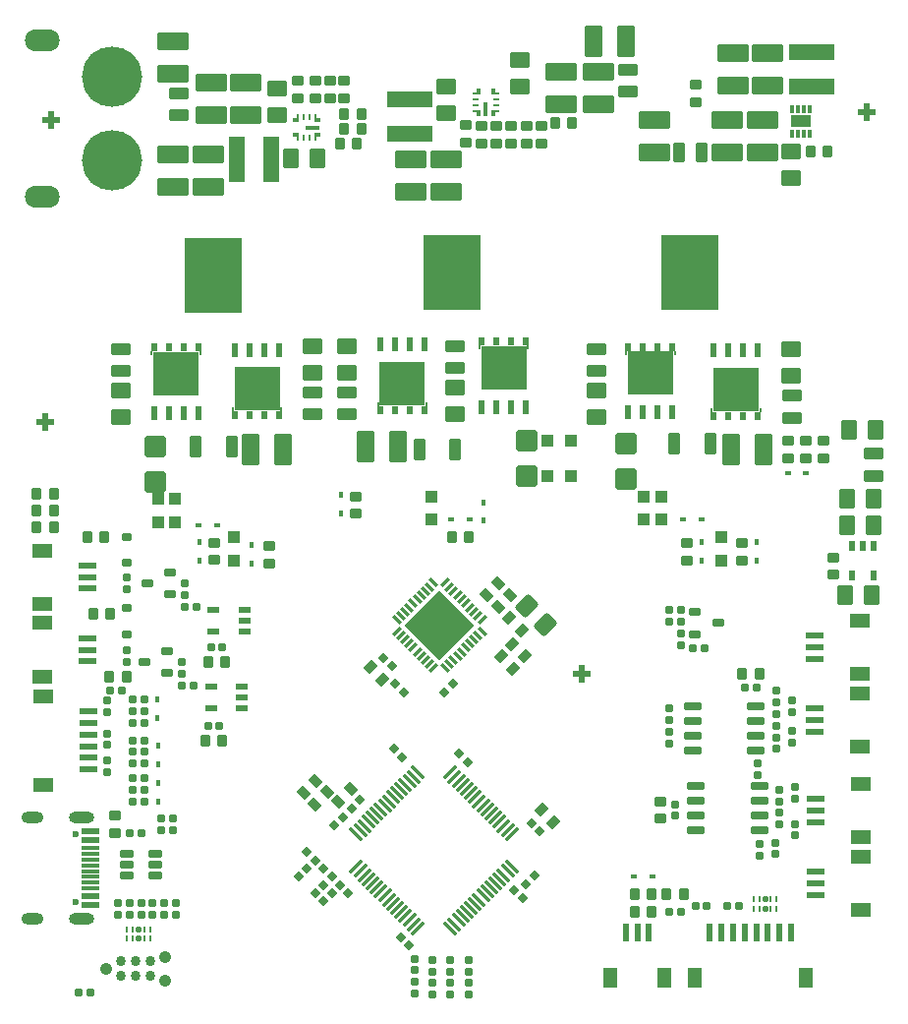
<source format=gbr>
%TF.GenerationSoftware,Altium Limited,Altium Designer,23.1.1 (15)*%
G04 Layer_Color=255*
%FSLAX45Y45*%
%MOMM*%
%TF.SameCoordinates,3B15BE60-5205-462F-B1BE-89E8C5D5736D*%
%TF.FilePolarity,Positive*%
%TF.FileFunction,Pads,Top*%
%TF.Part,Single*%
G01*
G75*
%TA.AperFunction,TestPad*%
%ADD10R,1.50000X0.60000*%
%ADD11R,1.80000X1.20000*%
%TA.AperFunction,SMDPad,CuDef*%
G04:AMPARAMS|DCode=12|XSize=1.6mm|YSize=2.7mm|CornerRadius=0.2mm|HoleSize=0mm|Usage=FLASHONLY|Rotation=270.000|XOffset=0mm|YOffset=0mm|HoleType=Round|Shape=RoundedRectangle|*
%AMROUNDEDRECTD12*
21,1,1.60000,2.30000,0,0,270.0*
21,1,1.20000,2.70000,0,0,270.0*
1,1,0.40000,-1.15000,-0.60000*
1,1,0.40000,-1.15000,0.60000*
1,1,0.40000,1.15000,0.60000*
1,1,0.40000,1.15000,-0.60000*
%
%ADD12ROUNDEDRECTD12*%
G04:AMPARAMS|DCode=13|XSize=1mm|YSize=1.7mm|CornerRadius=0.125mm|HoleSize=0mm|Usage=FLASHONLY|Rotation=270.000|XOffset=0mm|YOffset=0mm|HoleType=Round|Shape=RoundedRectangle|*
%AMROUNDEDRECTD13*
21,1,1.00000,1.45000,0,0,270.0*
21,1,0.75000,1.70000,0,0,270.0*
1,1,0.25000,-0.72500,-0.37500*
1,1,0.25000,-0.72500,0.37500*
1,1,0.25000,0.72500,0.37500*
1,1,0.25000,0.72500,-0.37500*
%
%ADD13ROUNDEDRECTD13*%
G04:AMPARAMS|DCode=14|XSize=1.4mm|YSize=1.7mm|CornerRadius=0.175mm|HoleSize=0mm|Usage=FLASHONLY|Rotation=180.000|XOffset=0mm|YOffset=0mm|HoleType=Round|Shape=RoundedRectangle|*
%AMROUNDEDRECTD14*
21,1,1.40000,1.35000,0,0,180.0*
21,1,1.05000,1.70000,0,0,180.0*
1,1,0.35000,-0.52500,0.67500*
1,1,0.35000,0.52500,0.67500*
1,1,0.35000,0.52500,-0.67500*
1,1,0.35000,-0.52500,-0.67500*
%
%ADD14ROUNDEDRECTD14*%
G04:AMPARAMS|DCode=15|XSize=0.8mm|YSize=1mm|CornerRadius=0.1mm|HoleSize=0mm|Usage=FLASHONLY|Rotation=90.000|XOffset=0mm|YOffset=0mm|HoleType=Round|Shape=RoundedRectangle|*
%AMROUNDEDRECTD15*
21,1,0.80000,0.80000,0,0,90.0*
21,1,0.60000,1.00000,0,0,90.0*
1,1,0.20000,0.40000,0.30000*
1,1,0.20000,0.40000,-0.30000*
1,1,0.20000,-0.40000,-0.30000*
1,1,0.20000,-0.40000,0.30000*
%
%ADD15ROUNDEDRECTD15*%
G04:AMPARAMS|DCode=16|XSize=0.8mm|YSize=1mm|CornerRadius=0.1mm|HoleSize=0mm|Usage=FLASHONLY|Rotation=0.000|XOffset=0mm|YOffset=0mm|HoleType=Round|Shape=RoundedRectangle|*
%AMROUNDEDRECTD16*
21,1,0.80000,0.80000,0,0,0.0*
21,1,0.60000,1.00000,0,0,0.0*
1,1,0.20000,0.30000,-0.40000*
1,1,0.20000,-0.30000,-0.40000*
1,1,0.20000,-0.30000,0.40000*
1,1,0.20000,0.30000,0.40000*
%
%ADD16ROUNDEDRECTD16*%
%ADD17R,0.75000X0.22500*%
%ADD18R,0.60000X0.25000*%
%ADD19R,0.40000X0.35000*%
%ADD20R,0.35000X1.30000*%
G04:AMPARAMS|DCode=21|XSize=1.4mm|YSize=1.7mm|CornerRadius=0.175mm|HoleSize=0mm|Usage=FLASHONLY|Rotation=270.000|XOffset=0mm|YOffset=0mm|HoleType=Round|Shape=RoundedRectangle|*
%AMROUNDEDRECTD21*
21,1,1.40000,1.35000,0,0,270.0*
21,1,1.05000,1.70000,0,0,270.0*
1,1,0.35000,-0.67500,-0.52500*
1,1,0.35000,-0.67500,0.52500*
1,1,0.35000,0.67500,0.52500*
1,1,0.35000,0.67500,-0.52500*
%
%ADD21ROUNDEDRECTD21*%
%ADD22R,3.89000X1.45000*%
%ADD23R,1.45000X3.89000*%
G04:AMPARAMS|DCode=24|XSize=1.8mm|YSize=1.84mm|CornerRadius=0.225mm|HoleSize=0mm|Usage=FLASHONLY|Rotation=90.000|XOffset=0mm|YOffset=0mm|HoleType=Round|Shape=RoundedRectangle|*
%AMROUNDEDRECTD24*
21,1,1.80000,1.39000,0,0,90.0*
21,1,1.35000,1.84000,0,0,90.0*
1,1,0.45000,0.69500,0.67500*
1,1,0.45000,0.69500,-0.67500*
1,1,0.45000,-0.69500,-0.67500*
1,1,0.45000,-0.69500,0.67500*
%
%ADD24ROUNDEDRECTD24*%
%TA.AperFunction,ConnectorPad*%
G04:AMPARAMS|DCode=25|XSize=0.6mm|YSize=0.7mm|CornerRadius=0.075mm|HoleSize=0mm|Usage=FLASHONLY|Rotation=270.000|XOffset=0mm|YOffset=0mm|HoleType=Round|Shape=RoundedRectangle|*
%AMROUNDEDRECTD25*
21,1,0.60000,0.55000,0,0,270.0*
21,1,0.45000,0.70000,0,0,270.0*
1,1,0.15000,-0.27500,-0.22500*
1,1,0.15000,-0.27500,0.22500*
1,1,0.15000,0.27500,0.22500*
1,1,0.15000,0.27500,-0.22500*
%
%ADD25ROUNDEDRECTD25*%
%TA.AperFunction,SMDPad,CuDef*%
G04:AMPARAMS|DCode=26|XSize=0.6mm|YSize=0.7mm|CornerRadius=0.075mm|HoleSize=0mm|Usage=FLASHONLY|Rotation=0.000|XOffset=0mm|YOffset=0mm|HoleType=Round|Shape=RoundedRectangle|*
%AMROUNDEDRECTD26*
21,1,0.60000,0.55000,0,0,0.0*
21,1,0.45000,0.70000,0,0,0.0*
1,1,0.15000,0.22500,-0.27500*
1,1,0.15000,-0.22500,-0.27500*
1,1,0.15000,-0.22500,0.27500*
1,1,0.15000,0.22500,0.27500*
%
%ADD26ROUNDEDRECTD26*%
G04:AMPARAMS|DCode=27|XSize=0.6mm|YSize=0.7mm|CornerRadius=0.075mm|HoleSize=0mm|Usage=FLASHONLY|Rotation=90.000|XOffset=0mm|YOffset=0mm|HoleType=Round|Shape=RoundedRectangle|*
%AMROUNDEDRECTD27*
21,1,0.60000,0.55000,0,0,90.0*
21,1,0.45000,0.70000,0,0,90.0*
1,1,0.15000,0.27500,0.22500*
1,1,0.15000,0.27500,-0.22500*
1,1,0.15000,-0.27500,-0.22500*
1,1,0.15000,-0.27500,0.22500*
%
%ADD27ROUNDEDRECTD27*%
%ADD28R,1.50000X0.60000*%
%ADD29R,1.80000X1.20000*%
G04:AMPARAMS|DCode=30|XSize=0.6mm|YSize=1.45mm|CornerRadius=0.075mm|HoleSize=0mm|Usage=FLASHONLY|Rotation=90.000|XOffset=0mm|YOffset=0mm|HoleType=Round|Shape=RoundedRectangle|*
%AMROUNDEDRECTD30*
21,1,0.60000,1.30000,0,0,90.0*
21,1,0.45000,1.45000,0,0,90.0*
1,1,0.15000,0.65000,0.22500*
1,1,0.15000,0.65000,-0.22500*
1,1,0.15000,-0.65000,-0.22500*
1,1,0.15000,-0.65000,0.22500*
%
%ADD30ROUNDEDRECTD30*%
G04:AMPARAMS|DCode=31|XSize=1.475mm|YSize=0.3mm|CornerRadius=0mm|HoleSize=0mm|Usage=FLASHONLY|Rotation=315.000|XOffset=0mm|YOffset=0mm|HoleType=Round|Shape=Rectangle|*
%AMROTATEDRECTD31*
4,1,4,-0.62756,0.41543,-0.41543,0.62756,0.62756,-0.41543,0.41543,-0.62756,-0.62756,0.41543,0.0*
%
%ADD31ROTATEDRECTD31*%

G04:AMPARAMS|DCode=32|XSize=1.475mm|YSize=0.3mm|CornerRadius=0mm|HoleSize=0mm|Usage=FLASHONLY|Rotation=225.000|XOffset=0mm|YOffset=0mm|HoleType=Round|Shape=Rectangle|*
%AMROTATEDRECTD32*
4,1,4,0.41543,0.62756,0.62756,0.41543,-0.41543,-0.62756,-0.62756,-0.41543,0.41543,0.62756,0.0*
%
%ADD32ROTATEDRECTD32*%

%TA.AperFunction,TestPad*%
G04:AMPARAMS|DCode=33|XSize=0.45mm|YSize=0.5mm|CornerRadius=0.05625mm|HoleSize=0mm|Usage=FLASHONLY|Rotation=0.000|XOffset=0mm|YOffset=0mm|HoleType=Round|Shape=RoundedRectangle|*
%AMROUNDEDRECTD33*
21,1,0.45000,0.38750,0,0,0.0*
21,1,0.33750,0.50000,0,0,0.0*
1,1,0.11250,0.16875,-0.19375*
1,1,0.11250,-0.16875,-0.19375*
1,1,0.11250,-0.16875,0.19375*
1,1,0.11250,0.16875,0.19375*
%
%ADD33ROUNDEDRECTD33*%
%TA.AperFunction,SMDPad,CuDef*%
%ADD34R,1.50000X0.60000*%
%TA.AperFunction,BGAPad,CuDef*%
%ADD35C,0.86300*%
%TA.AperFunction,SMDPad,CuDef*%
G04:AMPARAMS|DCode=36|XSize=0.6mm|YSize=1.2mm|CornerRadius=0.075mm|HoleSize=0mm|Usage=FLASHONLY|Rotation=270.000|XOffset=0mm|YOffset=0mm|HoleType=Round|Shape=RoundedRectangle|*
%AMROUNDEDRECTD36*
21,1,0.60000,1.05000,0,0,270.0*
21,1,0.45000,1.20000,0,0,270.0*
1,1,0.15000,-0.52500,-0.22500*
1,1,0.15000,-0.52500,0.22500*
1,1,0.15000,0.52500,0.22500*
1,1,0.15000,0.52500,-0.22500*
%
%ADD36ROUNDEDRECTD36*%
G04:AMPARAMS|DCode=37|XSize=0.6mm|YSize=0.7mm|CornerRadius=0.075mm|HoleSize=0mm|Usage=FLASHONLY|Rotation=315.000|XOffset=0mm|YOffset=0mm|HoleType=Round|Shape=RoundedRectangle|*
%AMROUNDEDRECTD37*
21,1,0.60000,0.55000,0,0,315.0*
21,1,0.45000,0.70000,0,0,315.0*
1,1,0.15000,-0.03536,-0.35355*
1,1,0.15000,-0.35355,-0.03536*
1,1,0.15000,0.03536,0.35355*
1,1,0.15000,0.35355,0.03536*
%
%ADD37ROUNDEDRECTD37*%
G04:AMPARAMS|DCode=38|XSize=0.6mm|YSize=0.7mm|CornerRadius=0.075mm|HoleSize=0mm|Usage=FLASHONLY|Rotation=225.000|XOffset=0mm|YOffset=0mm|HoleType=Round|Shape=RoundedRectangle|*
%AMROUNDEDRECTD38*
21,1,0.60000,0.55000,0,0,225.0*
21,1,0.45000,0.70000,0,0,225.0*
1,1,0.15000,-0.35355,0.03536*
1,1,0.15000,-0.03536,0.35355*
1,1,0.15000,0.35355,-0.03536*
1,1,0.15000,0.03536,-0.35355*
%
%ADD38ROUNDEDRECTD38*%
G04:AMPARAMS|DCode=39|XSize=0.8mm|YSize=1mm|CornerRadius=0.1mm|HoleSize=0mm|Usage=FLASHONLY|Rotation=225.000|XOffset=0mm|YOffset=0mm|HoleType=Round|Shape=RoundedRectangle|*
%AMROUNDEDRECTD39*
21,1,0.80000,0.80000,0,0,225.0*
21,1,0.60000,1.00000,0,0,225.0*
1,1,0.20000,-0.49498,0.07071*
1,1,0.20000,-0.07071,0.49498*
1,1,0.20000,0.49498,-0.07071*
1,1,0.20000,0.07071,-0.49498*
%
%ADD39ROUNDEDRECTD39*%
%TA.AperFunction,TestPad*%
G04:AMPARAMS|DCode=40|XSize=0.6mm|YSize=1mm|CornerRadius=0.075mm|HoleSize=0mm|Usage=FLASHONLY|Rotation=90.000|XOffset=0mm|YOffset=0mm|HoleType=Round|Shape=RoundedRectangle|*
%AMROUNDEDRECTD40*
21,1,0.60000,0.85000,0,0,90.0*
21,1,0.45000,1.00000,0,0,90.0*
1,1,0.15000,0.42500,0.22500*
1,1,0.15000,0.42500,-0.22500*
1,1,0.15000,-0.42500,-0.22500*
1,1,0.15000,-0.42500,0.22500*
%
%ADD40ROUNDEDRECTD40*%
%TA.AperFunction,SMDPad,CuDef*%
G04:AMPARAMS|DCode=41|XSize=0.55mm|YSize=1.05mm|CornerRadius=0.06875mm|HoleSize=0mm|Usage=FLASHONLY|Rotation=270.000|XOffset=0mm|YOffset=0mm|HoleType=Round|Shape=RoundedRectangle|*
%AMROUNDEDRECTD41*
21,1,0.55000,0.91250,0,0,270.0*
21,1,0.41250,1.05000,0,0,270.0*
1,1,0.13750,-0.45625,-0.20625*
1,1,0.13750,-0.45625,0.20625*
1,1,0.13750,0.45625,0.20625*
1,1,0.13750,0.45625,-0.20625*
%
%ADD41ROUNDEDRECTD41*%
%TA.AperFunction,SMDPad,SMDef*%
%ADD42R,1.00000X1.00000*%
%TA.AperFunction,SMDPad,CuDef*%
%ADD43R,0.55000X0.42000*%
G04:AMPARAMS|DCode=44|XSize=0.8mm|YSize=1mm|CornerRadius=0.1mm|HoleSize=0mm|Usage=FLASHONLY|Rotation=135.000|XOffset=0mm|YOffset=0mm|HoleType=Round|Shape=RoundedRectangle|*
%AMROUNDEDRECTD44*
21,1,0.80000,0.80000,0,0,135.0*
21,1,0.60000,1.00000,0,0,135.0*
1,1,0.20000,0.07071,0.49498*
1,1,0.20000,0.49498,0.07071*
1,1,0.20000,-0.07071,-0.49498*
1,1,0.20000,-0.49498,-0.07071*
%
%ADD44ROUNDEDRECTD44*%
G04:AMPARAMS|DCode=45|XSize=0.85mm|YSize=0.25mm|CornerRadius=0mm|HoleSize=0mm|Usage=FLASHONLY|Rotation=225.000|XOffset=0mm|YOffset=0mm|HoleType=Round|Shape=Rectangle|*
%AMROTATEDRECTD45*
4,1,4,0.21213,0.38891,0.38891,0.21213,-0.21213,-0.38891,-0.38891,-0.21213,0.21213,0.38891,0.0*
%
%ADD45ROTATEDRECTD45*%

%ADD46P,6.01041X4X360.0*%
G04:AMPARAMS|DCode=47|XSize=1.6mm|YSize=2.7mm|CornerRadius=0.2mm|HoleSize=0mm|Usage=FLASHONLY|Rotation=180.000|XOffset=0mm|YOffset=0mm|HoleType=Round|Shape=RoundedRectangle|*
%AMROUNDEDRECTD47*
21,1,1.60000,2.30000,0,0,180.0*
21,1,1.20000,2.70000,0,0,180.0*
1,1,0.40000,-0.60000,1.15000*
1,1,0.40000,0.60000,1.15000*
1,1,0.40000,0.60000,-1.15000*
1,1,0.40000,-0.60000,-1.15000*
%
%ADD47ROUNDEDRECTD47*%
%ADD48R,1.30000X0.35000*%
%ADD49R,0.60000X1.50000*%
%TA.AperFunction,TestPad*%
%ADD50R,1.20000X1.80000*%
%ADD51R,0.60000X1.50000*%
%TA.AperFunction,SMDPad,CuDef*%
G04:AMPARAMS|DCode=52|XSize=0.85mm|YSize=0.25mm|CornerRadius=0mm|HoleSize=0mm|Usage=FLASHONLY|Rotation=315.000|XOffset=0mm|YOffset=0mm|HoleType=Round|Shape=Rectangle|*
%AMROTATEDRECTD52*
4,1,4,-0.38891,0.21213,-0.21213,0.38891,0.38891,-0.21213,0.21213,-0.38891,-0.38891,0.21213,0.0*
%
%ADD52ROTATEDRECTD52*%

G04:AMPARAMS|DCode=53|XSize=1.4mm|YSize=1.7mm|CornerRadius=0.175mm|HoleSize=0mm|Usage=FLASHONLY|Rotation=135.000|XOffset=0mm|YOffset=0mm|HoleType=Round|Shape=RoundedRectangle|*
%AMROUNDEDRECTD53*
21,1,1.40000,1.35000,0,0,135.0*
21,1,1.05000,1.70000,0,0,135.0*
1,1,0.35000,0.10607,0.84853*
1,1,0.35000,0.84853,0.10607*
1,1,0.35000,-0.10607,-0.84853*
1,1,0.35000,-0.84853,-0.10607*
%
%ADD53ROUNDEDRECTD53*%
%ADD54R,0.42000X0.55000*%
%TA.AperFunction,SMDPad,SMDef*%
%ADD55R,1.00000X1.00000*%
%TA.AperFunction,ConnectorPad*%
G04:AMPARAMS|DCode=56|XSize=1.6mm|YSize=2.7mm|CornerRadius=0.2mm|HoleSize=0mm|Usage=FLASHONLY|Rotation=0.000|XOffset=0mm|YOffset=0mm|HoleType=Round|Shape=RoundedRectangle|*
%AMROUNDEDRECTD56*
21,1,1.60000,2.30000,0,0,0.0*
21,1,1.20000,2.70000,0,0,0.0*
1,1,0.40000,0.60000,-1.15000*
1,1,0.40000,-0.60000,-1.15000*
1,1,0.40000,-0.60000,1.15000*
1,1,0.40000,0.60000,1.15000*
%
%ADD56ROUNDEDRECTD56*%
%TA.AperFunction,SMDPad,CuDef*%
G04:AMPARAMS|DCode=57|XSize=0.55mm|YSize=0.8mm|CornerRadius=0.0495mm|HoleSize=0mm|Usage=FLASHONLY|Rotation=0.000|XOffset=0mm|YOffset=0mm|HoleType=Round|Shape=RoundedRectangle|*
%AMROUNDEDRECTD57*
21,1,0.55000,0.70100,0,0,0.0*
21,1,0.45100,0.80000,0,0,0.0*
1,1,0.09900,0.22550,-0.35050*
1,1,0.09900,-0.22550,-0.35050*
1,1,0.09900,-0.22550,0.35050*
1,1,0.09900,0.22550,0.35050*
%
%ADD57ROUNDEDRECTD57*%
%ADD58R,0.30000X0.70000*%
%ADD59R,1.70000X1.00000*%
G04:AMPARAMS|DCode=60|XSize=0.63mm|YSize=0.83mm|CornerRadius=0.07875mm|HoleSize=0mm|Usage=FLASHONLY|Rotation=90.000|XOffset=0mm|YOffset=0mm|HoleType=Round|Shape=RoundedRectangle|*
%AMROUNDEDRECTD60*
21,1,0.63000,0.67250,0,0,90.0*
21,1,0.47250,0.83000,0,0,90.0*
1,1,0.15750,0.33625,0.23625*
1,1,0.15750,0.33625,-0.23625*
1,1,0.15750,-0.33625,-0.23625*
1,1,0.15750,-0.33625,0.23625*
%
%ADD60ROUNDEDRECTD60*%
%ADD61R,5.00000X6.50000*%
%ADD62R,0.25500X0.31000*%
%ADD63R,3.91000X3.81000*%
%ADD64R,0.61000X0.71000*%
%ADD65R,0.61000X1.27000*%
G04:AMPARAMS|DCode=66|XSize=1mm|YSize=1.8mm|CornerRadius=0.125mm|HoleSize=0mm|Usage=FLASHONLY|Rotation=0.000|XOffset=0mm|YOffset=0mm|HoleType=Round|Shape=RoundedRectangle|*
%AMROUNDEDRECTD66*
21,1,1.00000,1.55000,0,0,0.0*
21,1,0.75000,1.80000,0,0,0.0*
1,1,0.25000,0.37500,-0.77500*
1,1,0.25000,-0.37500,-0.77500*
1,1,0.25000,-0.37500,0.77500*
1,1,0.25000,0.37500,0.77500*
%
%ADD66ROUNDEDRECTD66*%
G04:AMPARAMS|DCode=67|XSize=1mm|YSize=1.7mm|CornerRadius=0.125mm|HoleSize=0mm|Usage=FLASHONLY|Rotation=0.000|XOffset=0mm|YOffset=0mm|HoleType=Round|Shape=RoundedRectangle|*
%AMROUNDEDRECTD67*
21,1,1.00000,1.45000,0,0,0.0*
21,1,0.75000,1.70000,0,0,0.0*
1,1,0.25000,0.37500,-0.72500*
1,1,0.25000,-0.37500,-0.72500*
1,1,0.25000,-0.37500,0.72500*
1,1,0.25000,0.37500,0.72500*
%
%ADD67ROUNDEDRECTD67*%
%ADD68R,0.35000X0.40000*%
%ADD69R,0.22500X0.75000*%
%ADD70R,0.25000X0.60000*%
%ADD71R,1.20000X1.80000*%
%TA.AperFunction,TestPad*%
G04:AMPARAMS|DCode=72|XSize=0.25mm|YSize=0.5mm|CornerRadius=0.03125mm|HoleSize=0mm|Usage=FLASHONLY|Rotation=180.000|XOffset=0mm|YOffset=0mm|HoleType=Round|Shape=RoundedRectangle|*
%AMROUNDEDRECTD72*
21,1,0.25000,0.43750,0,0,180.0*
21,1,0.18750,0.50000,0,0,180.0*
1,1,0.06250,-0.09375,0.21875*
1,1,0.06250,0.09375,0.21875*
1,1,0.06250,0.09375,-0.21875*
1,1,0.06250,-0.09375,-0.21875*
%
%ADD72ROUNDEDRECTD72*%
%TA.AperFunction,SMDPad,CuDef*%
%AMCUSTOMSHAPE73*
4,1,12,0.75000,-0.25000,0.25000,-0.25000,0.25000,-0.75001,-0.25000,-0.75000,-0.25000,-0.25000,-0.75000,-0.25000,-0.75000,0.25000,-0.25000,0.25000,-0.25000,0.75000,0.25000,0.75000,0.25000,0.25000,0.75000,0.25000,0.75000,-0.25000,0.0*%
%ADD73CUSTOMSHAPE73*%

%ADD74R,1.50000X0.30000*%
%TA.AperFunction,ComponentPad*%
%ADD85C,5.20000*%
%ADD86C,1.52400*%
%ADD87C,1.06700*%
%ADD88O,3.00000X1.90000*%
%ADD89C,0.60000*%
%ADD90O,2.20000X1.00000*%
%ADD91O,1.90000X1.00000*%
D10*
X6945000Y5400000D02*
D03*
Y5300001D02*
D03*
Y5200000D02*
D03*
Y5100000D02*
D03*
Y5000000D02*
D03*
Y4900000D02*
D03*
D11*
X6555000Y5530000D02*
D03*
X6555000Y4770000D02*
D03*
D12*
X7675000Y10885000D02*
D03*
Y11165001D02*
D03*
X10030000Y10150000D02*
D03*
X10030000Y9870000D02*
D03*
X9720000Y10150000D02*
D03*
X9720000Y9870000D02*
D03*
X7999999Y10815000D02*
D03*
X8300000D02*
D03*
X7675000Y9910000D02*
D03*
X7975000D02*
D03*
X11014999Y10905000D02*
D03*
X11340000Y10905000D02*
D03*
X11820000Y10490000D02*
D03*
X12450000D02*
D03*
X12750000D02*
D03*
X12500000Y10785000D02*
D03*
X12800000D02*
D03*
X12750000Y10209999D02*
D03*
X11014999Y10625000D02*
D03*
X11339999Y10625000D02*
D03*
X12450000Y10210000D02*
D03*
X12800000Y11065000D02*
D03*
X12500000D02*
D03*
X11820000Y10209999D02*
D03*
X8300000Y10535000D02*
D03*
X7675000Y10190000D02*
D03*
X7975000D02*
D03*
X7999999Y10535000D02*
D03*
D13*
X13710001Y7425000D02*
D03*
Y7615000D02*
D03*
X13010001Y7925000D02*
D03*
Y8115000D02*
D03*
X11325000Y8520000D02*
D03*
Y8330000D02*
D03*
X8875000Y7955000D02*
D03*
Y8145000D02*
D03*
X9175000Y7955000D02*
D03*
Y8145000D02*
D03*
X10100000Y8545000D02*
D03*
Y8355000D02*
D03*
X7225000Y8520000D02*
D03*
Y8330000D02*
D03*
X11590000Y10925000D02*
D03*
X11590000Y10735000D02*
D03*
X7725000Y10720000D02*
D03*
Y10530000D02*
D03*
D14*
X13714301Y7230000D02*
D03*
X13485699D02*
D03*
X13724300Y7820000D02*
D03*
X13495700D02*
D03*
X8919300Y10162500D02*
D03*
X8690700D02*
D03*
X13485699Y7000000D02*
D03*
X13465700Y6400000D02*
D03*
X13714301Y7000000D02*
D03*
X13694299Y6400000D02*
D03*
D15*
X10850000Y10435000D02*
D03*
X10850000Y10285000D02*
D03*
X10200000Y10445000D02*
D03*
Y10295000D02*
D03*
X8900000Y10675000D02*
D03*
Y10825000D02*
D03*
X8750000D02*
D03*
Y10675000D02*
D03*
X9150000D02*
D03*
Y10825000D02*
D03*
X9025000Y10675000D02*
D03*
Y10825000D02*
D03*
X7175000Y4500000D02*
D03*
X10330000Y10290000D02*
D03*
X10590000Y10285000D02*
D03*
X11875000Y4625000D02*
D03*
X13360001Y6725000D02*
D03*
X12975002Y7725000D02*
D03*
X13125002D02*
D03*
X13360001Y6575000D02*
D03*
X12975002Y7575000D02*
D03*
X8500000Y6675000D02*
D03*
Y6825000D02*
D03*
X8031800Y6702401D02*
D03*
Y6852401D02*
D03*
X13275002Y7575000D02*
D03*
Y7725000D02*
D03*
X13125002Y7575000D02*
D03*
X9250000Y7100000D02*
D03*
Y7250000D02*
D03*
X12575001Y6850000D02*
D03*
Y6700000D02*
D03*
X12100000Y6700000D02*
D03*
Y6850000D02*
D03*
X10460000Y10290000D02*
D03*
Y10440000D02*
D03*
X10590000Y10435000D02*
D03*
X10330000Y10440000D02*
D03*
X12180000Y10790000D02*
D03*
Y10640000D02*
D03*
X10720000Y10285000D02*
D03*
Y10435000D02*
D03*
X7175000Y4350000D02*
D03*
X11875000Y4475000D02*
D03*
D16*
X10965000Y10460000D02*
D03*
X11115000D02*
D03*
X9110000Y10285000D02*
D03*
X9260000D02*
D03*
X9150000Y10410000D02*
D03*
X9300000D02*
D03*
X9150000Y10540000D02*
D03*
X9300000D02*
D03*
X6650000Y7275000D02*
D03*
X6500000D02*
D03*
X6650000Y7125000D02*
D03*
X6500000D02*
D03*
X6647800Y6985000D02*
D03*
X6497800D02*
D03*
X7135000Y6240000D02*
D03*
X6985000D02*
D03*
X7085000Y6900000D02*
D03*
X6935000D02*
D03*
X8100000Y5150000D02*
D03*
X7275000Y5700000D02*
D03*
X8125000Y5825000D02*
D03*
X11800000Y3675000D02*
D03*
X11800000Y3825000D02*
D03*
X11925000D02*
D03*
X12575000Y5725000D02*
D03*
X10075000Y6900000D02*
D03*
X10225000D02*
D03*
X13314999Y10220000D02*
D03*
X13164999D02*
D03*
X7125000Y5700000D02*
D03*
X12075000Y3824999D02*
D03*
X11650000Y3825000D02*
D03*
Y3675000D02*
D03*
X12725000Y5725000D02*
D03*
X7975000Y5825000D02*
D03*
X7950000Y5150000D02*
D03*
D17*
X10452500Y10566200D02*
D03*
X10452500Y10713800D02*
D03*
X10287500Y10713800D02*
D03*
Y10566200D02*
D03*
D18*
X10460000Y10615000D02*
D03*
Y10665000D02*
D03*
X10280000D02*
D03*
Y10615000D02*
D03*
D19*
X10435000Y10537400D02*
D03*
Y10742600D02*
D03*
X10305000D02*
D03*
Y10537400D02*
D03*
D20*
X10370000Y10585000D02*
D03*
D21*
X10030000Y10545700D02*
D03*
Y10774300D02*
D03*
X8575000Y10764300D02*
D03*
X10660000Y11004300D02*
D03*
X13000000Y9985700D02*
D03*
X13000000Y8285700D02*
D03*
Y8514300D02*
D03*
X11325000Y7935700D02*
D03*
Y8164300D02*
D03*
X10100000Y7960700D02*
D03*
Y8189300D02*
D03*
X8875000Y8539300D02*
D03*
Y8310700D02*
D03*
X9175000Y8539300D02*
D03*
Y8310700D02*
D03*
X7225000Y7935700D02*
D03*
Y8164300D02*
D03*
X10660000Y10775700D02*
D03*
X13000000Y10214300D02*
D03*
X8575000Y10535700D02*
D03*
D22*
X9710000Y10372500D02*
D03*
Y10667500D02*
D03*
X13175000Y10775000D02*
D03*
Y11070000D02*
D03*
D23*
X8227500Y10152500D02*
D03*
X8522500D02*
D03*
D24*
X7525000Y7675000D02*
D03*
Y7375000D02*
D03*
X10725000Y7425000D02*
D03*
X11575000Y7400000D02*
D03*
Y7700001D02*
D03*
X10725000Y7725000D02*
D03*
D25*
X10220000Y3060000D02*
D03*
Y2960000D02*
D03*
X10065000Y2960000D02*
D03*
X9910000D02*
D03*
X9755000Y2970000D02*
D03*
X9910000Y3060000D02*
D03*
X10065000Y3060000D02*
D03*
X9755000Y3070000D02*
D03*
D26*
X6960000Y2980000D02*
D03*
X6860000D02*
D03*
X7400000Y4350000D02*
D03*
X7675000Y4375000D02*
D03*
X7230000Y5580000D02*
D03*
X7325000Y5500000D02*
D03*
Y4950000D02*
D03*
Y4625000D02*
D03*
X7675000Y4475000D02*
D03*
X8075000Y5275000D02*
D03*
X8100000Y5950000D02*
D03*
X11950000Y3675000D02*
D03*
X12175000Y3725000D02*
D03*
X12550000Y3725000D02*
D03*
X12600000Y5600000D02*
D03*
X7130000Y5580000D02*
D03*
X7975000Y5275000D02*
D03*
X7325000Y5300000D02*
D03*
X7425000D02*
D03*
X7325000Y5150000D02*
D03*
X7425000D02*
D03*
X7325000Y4825000D02*
D03*
X7425000D02*
D03*
X12250000Y5945000D02*
D03*
X12150000D02*
D03*
X12050001Y3675000D02*
D03*
X12450000Y3725000D02*
D03*
X12275000D02*
D03*
X7325000Y4725000D02*
D03*
X7425000D02*
D03*
X7325000Y5050000D02*
D03*
X7425000D02*
D03*
X7325000Y5400000D02*
D03*
X7425000Y5400000D02*
D03*
X7425000Y4625000D02*
D03*
Y4950000D02*
D03*
Y5500000D02*
D03*
X7300000Y4350000D02*
D03*
X7575000Y4375000D02*
D03*
X7575000Y4475000D02*
D03*
X12700000Y5600000D02*
D03*
X8000000Y5950000D02*
D03*
X7875000Y6300000D02*
D03*
X7775000D02*
D03*
X7850000Y5625000D02*
D03*
X7750000D02*
D03*
D27*
X7110000Y4880000D02*
D03*
Y4980000D02*
D03*
Y5110000D02*
D03*
Y5210000D02*
D03*
Y5490000D02*
D03*
Y5390000D02*
D03*
X13030000Y4750000D02*
D03*
Y4650000D02*
D03*
Y4330000D02*
D03*
Y4430000D02*
D03*
X13010001Y5130000D02*
D03*
Y5230000D02*
D03*
Y5490000D02*
D03*
Y5390000D02*
D03*
X12875000Y5175000D02*
D03*
Y5275000D02*
D03*
Y5475000D02*
D03*
Y5375000D02*
D03*
X7700000Y3650000D02*
D03*
X7275000Y5825000D02*
D03*
Y6450000D02*
D03*
X7750000Y5825000D02*
D03*
X7775000Y6500000D02*
D03*
X12730000Y4160000D02*
D03*
X12860001Y4170000D02*
D03*
X12000000Y4600000D02*
D03*
X12710000Y4950000D02*
D03*
X11950000Y5125000D02*
D03*
X12875000Y5575000D02*
D03*
X12050000Y6170000D02*
D03*
X10065000Y3260001D02*
D03*
Y3160000D02*
D03*
X12050000Y5970000D02*
D03*
Y6070000D02*
D03*
X9910000Y3260000D02*
D03*
X9910000Y3160000D02*
D03*
X7200000Y3650000D02*
D03*
Y3750000D02*
D03*
X7300000Y3650000D02*
D03*
Y3750000D02*
D03*
X7400000Y3650000D02*
D03*
Y3750000D02*
D03*
X7500000Y3650000D02*
D03*
Y3750000D02*
D03*
X12900000Y4525000D02*
D03*
Y4425000D02*
D03*
X12050000Y6270000D02*
D03*
X9755000Y3170000D02*
D03*
Y3270001D02*
D03*
X11950000Y6170000D02*
D03*
Y6270000D02*
D03*
X10220000Y3160000D02*
D03*
Y3260000D02*
D03*
X7600000Y3650000D02*
D03*
Y3750000D02*
D03*
X7700000Y3750000D02*
D03*
X12875000Y5075000D02*
D03*
X11950000Y5425000D02*
D03*
Y5325000D02*
D03*
Y5225000D02*
D03*
X7275000Y6550000D02*
D03*
X7775000Y6400000D02*
D03*
X7275000Y5925000D02*
D03*
X7750000Y5725000D02*
D03*
X12000000Y4500000D02*
D03*
X12900000Y4625000D02*
D03*
Y4725000D02*
D03*
X12860001Y4270000D02*
D03*
X12710000Y4850000D02*
D03*
X12730000Y4260000D02*
D03*
D28*
X13210001Y4445000D02*
D03*
X13210001Y4645000D02*
D03*
Y4545000D02*
D03*
X13201300Y5225000D02*
D03*
Y6050000D02*
D03*
Y5425000D02*
D03*
Y5850000D02*
D03*
X6940000Y5830000D02*
D03*
X6940000Y6455000D02*
D03*
X13210001Y3920000D02*
D03*
X13201300Y5325000D02*
D03*
Y5950000D02*
D03*
X6940000Y6030000D02*
D03*
X6940000Y5930000D02*
D03*
Y6655000D02*
D03*
Y6555000D02*
D03*
X13210001Y3820000D02*
D03*
Y4020000D02*
D03*
D29*
X13600000Y4315000D02*
D03*
X13600000Y4775000D02*
D03*
X6550000Y6160000D02*
D03*
Y5700000D02*
D03*
X6550000Y6785000D02*
D03*
X6550000Y6325000D02*
D03*
X13600000Y3690000D02*
D03*
X13600000Y4150000D02*
D03*
X13591299Y5555000D02*
D03*
Y5095000D02*
D03*
Y6180000D02*
D03*
Y5720000D02*
D03*
D30*
X12697500Y5186500D02*
D03*
X12152500Y5440500D02*
D03*
Y5059500D02*
D03*
X12697500Y5313500D02*
D03*
X12180000Y4627000D02*
D03*
X12697500Y5059500D02*
D03*
Y5440500D02*
D03*
X12152500Y5186500D02*
D03*
Y5313500D02*
D03*
X12725000Y4373000D02*
D03*
Y4500000D02*
D03*
Y4627000D02*
D03*
Y4754000D02*
D03*
X12180000Y4373000D02*
D03*
Y4500000D02*
D03*
Y4754000D02*
D03*
D31*
X9781669Y4873156D02*
D03*
X9286694Y4378181D02*
D03*
X9428115Y4519602D02*
D03*
X10557789Y4026325D02*
D03*
X9746313Y4837801D02*
D03*
X9710958Y4802445D02*
D03*
X9675602Y4767090D02*
D03*
X9640247Y4731735D02*
D03*
X9604892Y4696379D02*
D03*
X9569536Y4661024D02*
D03*
X9534181Y4625668D02*
D03*
X9498826Y4590313D02*
D03*
X9463470Y4554958D02*
D03*
X9392760Y4484247D02*
D03*
X9357404Y4448892D02*
D03*
X9322049Y4413537D02*
D03*
X9251338Y4342826D02*
D03*
X10062814Y3531350D02*
D03*
X10098169Y3566705D02*
D03*
X10133525Y3602061D02*
D03*
X10168880Y3637416D02*
D03*
X10204235Y3672771D02*
D03*
X10239591Y3708127D02*
D03*
X10274946Y3743482D02*
D03*
X10310301Y3778838D02*
D03*
X10345657Y3814193D02*
D03*
X10381012Y3849548D02*
D03*
X10416368Y3884903D02*
D03*
X10451723Y3920259D02*
D03*
X10487078Y3955614D02*
D03*
X10522433Y3990969D02*
D03*
X10593144Y4061680D02*
D03*
D32*
X10133525Y4802445D02*
D03*
X9746313Y3566705D02*
D03*
X10098169Y4837801D02*
D03*
X10593144Y4342826D02*
D03*
X10557789Y4378181D02*
D03*
X10522433Y4413537D02*
D03*
X10487078Y4448892D02*
D03*
X10451723Y4484247D02*
D03*
X10416368Y4519602D02*
D03*
X10381012Y4554958D02*
D03*
X10345657Y4590313D02*
D03*
X10310301Y4625668D02*
D03*
X10274946Y4661024D02*
D03*
X10239591Y4696379D02*
D03*
X10204235Y4731735D02*
D03*
X10168880Y4767090D02*
D03*
X10062814Y4873156D02*
D03*
X9251338Y4061680D02*
D03*
X9286694Y4026325D02*
D03*
X9322049Y3990969D02*
D03*
X9357404Y3955614D02*
D03*
X9392760Y3920259D02*
D03*
X9428115Y3884903D02*
D03*
X9463470Y3849548D02*
D03*
X9498826Y3814193D02*
D03*
X9534181Y3778838D02*
D03*
X9569536Y3743482D02*
D03*
X9604892Y3708127D02*
D03*
X9640247Y3672771D02*
D03*
X9675602Y3637416D02*
D03*
X9710958Y3602061D02*
D03*
X9781669Y3531350D02*
D03*
D33*
X7375000Y3445000D02*
D03*
Y3525000D02*
D03*
X12775000Y3700001D02*
D03*
X12775000Y3780000D02*
D03*
D34*
X6960000Y3730000D02*
D03*
Y4370000D02*
D03*
Y4290000D02*
D03*
Y3810000D02*
D03*
D35*
X7475000Y3123000D02*
D03*
X7475000Y3250000D02*
D03*
X7348000Y3250000D02*
D03*
X7221000Y3250000D02*
D03*
X7348000Y3123000D02*
D03*
X7221000Y3123000D02*
D03*
D36*
X7280000Y4080000D02*
D03*
X7520000Y4175000D02*
D03*
Y4080000D02*
D03*
Y3985000D02*
D03*
X7280000D02*
D03*
Y4175000D02*
D03*
D37*
X8828984Y4187132D02*
D03*
X8970406Y4045711D02*
D03*
X9634645Y3455355D02*
D03*
X9182538Y3833579D02*
D03*
X9560355Y5789645D02*
D03*
X10685355Y3789645D02*
D03*
X10210355Y4964645D02*
D03*
X10835355Y4364645D02*
D03*
X9489644Y5860356D02*
D03*
X10764645Y4435356D02*
D03*
X9645355Y5004645D02*
D03*
X9574645Y5075356D02*
D03*
X9705355Y3384645D02*
D03*
X8899695Y4116422D02*
D03*
X9111827Y3904289D02*
D03*
X9041117Y3975000D02*
D03*
X10139645Y5035355D02*
D03*
X9589645Y5635355D02*
D03*
X9660356Y5564645D02*
D03*
X10614645Y3860356D02*
D03*
D38*
X9135355Y4485355D02*
D03*
X9285355Y4635355D02*
D03*
X10714645Y3914645D02*
D03*
X10785356Y3985356D02*
D03*
X9064645Y4414645D02*
D03*
X9214645Y4564645D02*
D03*
X8758274Y3975000D02*
D03*
X8828984Y4045711D02*
D03*
X8970406Y3762868D02*
D03*
X9041117Y3833579D02*
D03*
X8899695D02*
D03*
X8970406Y3904289D02*
D03*
X10085355Y5635355D02*
D03*
X10014644Y5564645D02*
D03*
D39*
X9203033Y4728033D02*
D03*
X8903033Y4803033D02*
D03*
X10578033Y6403033D02*
D03*
X10371967Y6396967D02*
D03*
X10478033Y6503033D02*
D03*
X10471967Y6296967D02*
D03*
X9096967Y4621967D02*
D03*
X9003033Y4703033D02*
D03*
X8896967Y4596967D02*
D03*
X8796967Y4696967D02*
D03*
D40*
X7425000Y5825000D02*
D03*
X7450000Y6500000D02*
D03*
X12369100Y6160300D02*
D03*
X12169100Y6065300D02*
D03*
Y6255300D02*
D03*
X7650000Y6595000D02*
D03*
Y6405000D02*
D03*
X7625000Y5920000D02*
D03*
Y5730000D02*
D03*
D41*
X8265000Y5520000D02*
D03*
X8290000Y6180000D02*
D03*
Y6085000D02*
D03*
X8290000Y6275000D02*
D03*
X8025000D02*
D03*
Y6085000D02*
D03*
X8265000Y5425000D02*
D03*
X8265000Y5615000D02*
D03*
X8000000D02*
D03*
Y5425000D02*
D03*
D42*
X7550000Y7230000D02*
D03*
X11730000Y7250000D02*
D03*
X11880000D02*
D03*
Y7050000D02*
D03*
X11730000D02*
D03*
X8200000Y6900000D02*
D03*
Y6700000D02*
D03*
X7550000Y7030000D02*
D03*
X7690000D02*
D03*
Y7230000D02*
D03*
X9900000Y7050000D02*
D03*
Y7250000D02*
D03*
X12400000Y6900000D02*
D03*
Y6700000D02*
D03*
D43*
X8055000Y7000000D02*
D03*
X12070000Y7050000D02*
D03*
X12970000Y7450000D02*
D03*
X13130000D02*
D03*
X7895000Y7000000D02*
D03*
X10230000Y7050000D02*
D03*
X10070000D02*
D03*
X12230000Y7050000D02*
D03*
X11805000Y3975000D02*
D03*
X11645000D02*
D03*
D44*
X9478033Y5671967D02*
D03*
X10953033Y4446967D02*
D03*
X10606066Y5768934D02*
D03*
X10703032Y5871967D02*
D03*
X10500000Y5875000D02*
D03*
X10596966Y5978033D02*
D03*
X9371967Y5778033D02*
D03*
X10678033Y6096966D02*
D03*
X10571967Y6203033D02*
D03*
X10846967Y4553033D02*
D03*
D45*
X9743163Y5947452D02*
D03*
X9919939Y5770675D02*
D03*
X9884584Y5806031D02*
D03*
X9849229Y5841386D02*
D03*
X9813873Y5876741D02*
D03*
X9778518Y5912097D02*
D03*
X9707807Y5982807D02*
D03*
X9672452Y6018163D02*
D03*
X9637097Y6053518D02*
D03*
X9601741Y6088874D02*
D03*
X10018934Y6506066D02*
D03*
X10054289Y6470711D02*
D03*
X10089645Y6435355D02*
D03*
X10125000Y6400000D02*
D03*
X10160355Y6364645D02*
D03*
X10195711Y6329290D02*
D03*
X10231066Y6293934D02*
D03*
X10266421Y6258579D02*
D03*
X10301776Y6223224D02*
D03*
X10337132Y6187868D02*
D03*
D46*
X9969437Y6138371D02*
D03*
D47*
X8625000Y7650000D02*
D03*
X9335000Y7675000D02*
D03*
X12765000Y7650000D02*
D03*
X8345000D02*
D03*
X12485000D02*
D03*
X9615000Y7675000D02*
D03*
D48*
X8880000Y10425000D02*
D03*
D49*
X11775000Y3500000D02*
D03*
X11575000D02*
D03*
X11675000D02*
D03*
D50*
X12170000Y3110000D02*
D03*
X13130000Y3110001D02*
D03*
D51*
X13000000Y3500000D02*
D03*
X12700000D02*
D03*
X12800000Y3500000D02*
D03*
X12900000Y3500000D02*
D03*
X12300000Y3500000D02*
D03*
X12400000Y3500000D02*
D03*
X12500000Y3500000D02*
D03*
X12600000D02*
D03*
D52*
X10301776Y6053518D02*
D03*
X10337132Y6088873D02*
D03*
X10266421Y6018163D02*
D03*
X10231066Y5982807D02*
D03*
X10195711Y5947452D02*
D03*
X10160355Y5912096D02*
D03*
X10125000Y5876741D02*
D03*
X10089645Y5841386D02*
D03*
X10054290Y5806031D02*
D03*
X10018934Y5770675D02*
D03*
X9601741Y6187868D02*
D03*
X9637096Y6223224D02*
D03*
X9672452Y6258579D02*
D03*
X9707807Y6293934D02*
D03*
X9743163Y6329290D02*
D03*
X9778518Y6364645D02*
D03*
X9813873Y6400000D02*
D03*
X9849229Y6435355D02*
D03*
X9884584Y6470711D02*
D03*
X9919939Y6506066D02*
D03*
D53*
X10880822Y6144177D02*
D03*
X10719177Y6305822D02*
D03*
D54*
X10350000Y7200000D02*
D03*
X8350000Y6670000D02*
D03*
Y6830000D02*
D03*
X7900000Y6855001D02*
D03*
Y6695000D02*
D03*
X9120000Y7260000D02*
D03*
Y7100000D02*
D03*
X10350000Y7040000D02*
D03*
X12700000Y6855000D02*
D03*
Y6695000D02*
D03*
X12225000Y6855000D02*
D03*
Y6695000D02*
D03*
X7550000Y4780000D02*
D03*
X7550000Y4620000D02*
D03*
Y5105000D02*
D03*
Y4945000D02*
D03*
X7540000Y5340000D02*
D03*
Y5500000D02*
D03*
D55*
X10900000Y7425000D02*
D03*
X11100000Y7725000D02*
D03*
X10900000D02*
D03*
X11100000Y7425000D02*
D03*
D56*
X11300000Y11165000D02*
D03*
X11580000Y11165000D02*
D03*
D57*
X13614999Y6827500D02*
D03*
X13710001D02*
D03*
X13520000D02*
D03*
X13520000Y6572500D02*
D03*
X13710001D02*
D03*
D58*
X13007500Y10375000D02*
D03*
X13157500D02*
D03*
Y10585000D02*
D03*
X13007500D02*
D03*
X13057500D02*
D03*
X13107500D02*
D03*
Y10375000D02*
D03*
X13057500D02*
D03*
D59*
X13082500Y10480000D02*
D03*
D60*
X7275000Y6900000D02*
D03*
Y6677000D02*
D03*
Y6063500D02*
D03*
Y6286500D02*
D03*
D61*
X10075000Y9175000D02*
D03*
X8025000Y9150000D02*
D03*
X12125000Y9175000D02*
D03*
D62*
X8608301Y8000000D02*
D03*
X8191700D02*
D03*
X11580200Y8486000D02*
D03*
X11996800D02*
D03*
X12733300Y7995000D02*
D03*
X12316700D02*
D03*
X10316700Y8530000D02*
D03*
X10733300D02*
D03*
X7491672Y8479987D02*
D03*
X7908272D02*
D03*
X9858300Y8045000D02*
D03*
X9441700D02*
D03*
D63*
X8400000Y8175000D02*
D03*
X11788500Y8311000D02*
D03*
X12525000Y8170000D02*
D03*
X10525000Y8355000D02*
D03*
X7699972Y8304987D02*
D03*
X9650000Y8220001D02*
D03*
D64*
X8590501Y7949000D02*
D03*
X8463500D02*
D03*
X8336500D02*
D03*
X8209500D02*
D03*
X11598001Y8537000D02*
D03*
X11725000D02*
D03*
X11852000D02*
D03*
X11979000D02*
D03*
X12715501Y7944000D02*
D03*
X12588500D02*
D03*
X12461500D02*
D03*
X12334500D02*
D03*
X10334500Y8581000D02*
D03*
X10461500D02*
D03*
X10588500D02*
D03*
X10715501D02*
D03*
X7509472Y8530987D02*
D03*
X7636472D02*
D03*
X7763472D02*
D03*
X7890472D02*
D03*
X9840501Y7994001D02*
D03*
X9713500D02*
D03*
X9586500D02*
D03*
X9459500D02*
D03*
D65*
X8209500Y8511000D02*
D03*
X8336500D02*
D03*
X8463500D02*
D03*
X8590501D02*
D03*
X11979000Y7975000D02*
D03*
X11852000D02*
D03*
X11725000D02*
D03*
X11598001D02*
D03*
X12334500Y8506000D02*
D03*
X12461500D02*
D03*
X12588500D02*
D03*
X12715501D02*
D03*
X10715501Y8019000D02*
D03*
X10588500D02*
D03*
X10461500D02*
D03*
X10334500D02*
D03*
X7890472Y7968987D02*
D03*
X7763472D02*
D03*
X7636472D02*
D03*
X7509472D02*
D03*
X9459500Y8556000D02*
D03*
X9586500D02*
D03*
X9713500D02*
D03*
X9840501D02*
D03*
D66*
X8180000Y7680000D02*
D03*
X7870000D02*
D03*
X12305000Y7700000D02*
D03*
X11995000D02*
D03*
X9795000Y7650000D02*
D03*
X10105000D02*
D03*
D67*
X12035000Y10210000D02*
D03*
X12225000D02*
D03*
D68*
X8927599Y10360000D02*
D03*
X8722400D02*
D03*
Y10490000D02*
D03*
X8927599Y10490000D02*
D03*
D69*
X8898799Y10342500D02*
D03*
X8751200Y10342500D02*
D03*
Y10507500D02*
D03*
X8898800Y10507500D02*
D03*
D70*
X8850000Y10335000D02*
D03*
X8800000D02*
D03*
Y10515000D02*
D03*
X8850000D02*
D03*
D71*
X11445000Y3110000D02*
D03*
X11905000D02*
D03*
D72*
X12725000Y3780000D02*
D03*
X12675000D02*
D03*
X12875000Y3780000D02*
D03*
X12675000Y3700000D02*
D03*
X12875000D02*
D03*
X12725000Y3700001D02*
D03*
X12825000Y3700000D02*
D03*
Y3780000D02*
D03*
X7425000Y3445000D02*
D03*
X7475000D02*
D03*
X7275000D02*
D03*
X7475000Y3525000D02*
D03*
X7275000D02*
D03*
X7425000Y3525000D02*
D03*
X7325000D02*
D03*
Y3445000D02*
D03*
D73*
X13650000Y10560000D02*
D03*
X6620000Y10490000D02*
D03*
X6570000Y7890000D02*
D03*
X11200000Y5720000D02*
D03*
D74*
X6960000Y4225000D02*
D03*
Y4175000D02*
D03*
Y4125000D02*
D03*
Y3875000D02*
D03*
Y3925000D02*
D03*
Y3975000D02*
D03*
Y4025000D02*
D03*
Y4075000D02*
D03*
D85*
X7150000Y10860000D02*
D03*
Y10140000D02*
D03*
D86*
X10225000Y8950000D02*
D03*
X9925000D02*
D03*
X10225000Y9400000D02*
D03*
X9925000D02*
D03*
X10075000Y9175000D02*
D03*
X8175000Y8925000D02*
D03*
X7875000D02*
D03*
X8175000Y9375000D02*
D03*
X7875000D02*
D03*
X8025000Y9150000D02*
D03*
X12275000Y8950000D02*
D03*
X11975000D02*
D03*
X12275000Y9400000D02*
D03*
X11975000D02*
D03*
X12125000Y9175000D02*
D03*
D87*
X7602000Y3084900D02*
D03*
Y3288100D02*
D03*
X7094000Y3186500D02*
D03*
D88*
X6550000Y9825000D02*
D03*
Y11175000D02*
D03*
D89*
X6835000Y3760000D02*
D03*
Y4340000D02*
D03*
D90*
X6885000Y4482500D02*
D03*
Y3617500D02*
D03*
D91*
X6465000D02*
D03*
Y4482500D02*
D03*
%TF.MD5,73af3eccb812e534e25ccb0082674b67*%
M02*

</source>
